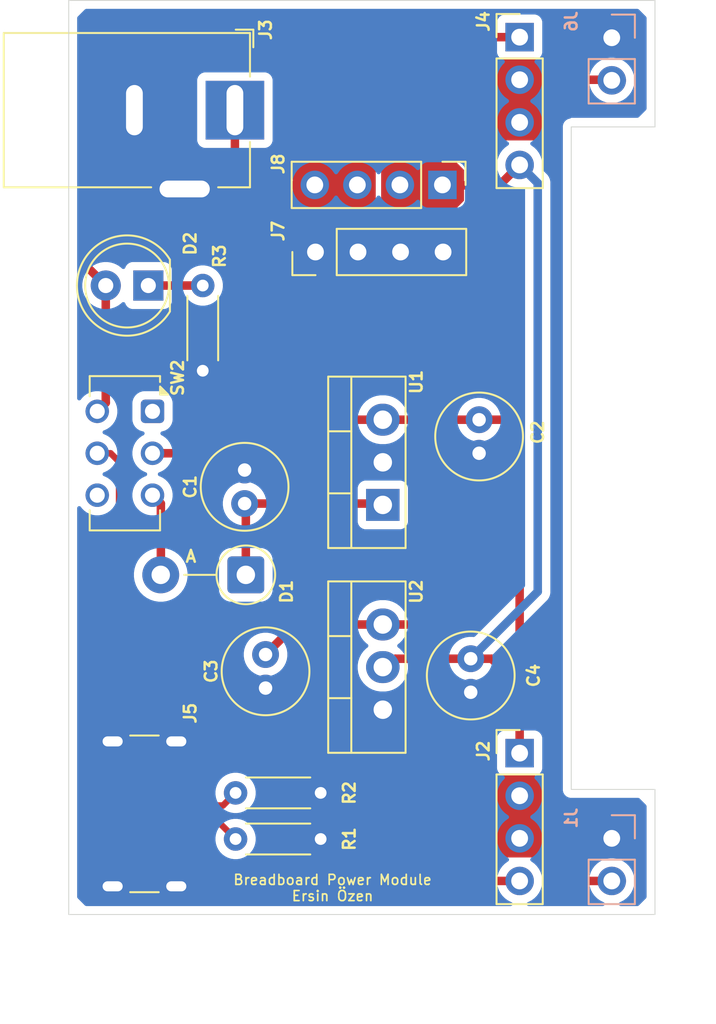
<source format=kicad_pcb>
(kicad_pcb (version 20241229) (generator "pcbnew") (generator_version "9.0")
  (title_block (title "BreadBoard Power Module") (date "2025-09-29") (rev "1") (company "Çizen: Ersin Özen"))
  (layers (0 "F.Cu" signal) (2 "B.Cu" signal) (13 "F.Paste" user) (15 "B.Paste" user) (5 "F.SilkS" user "F.Silkscreen") (7 "B.SilkS" user "B.Silkscreen") (1 "F.Mask" user) (3 "B.Mask" user) (25 "Edge.Cuts" user))
  (net 0 "")
  (net 1 "GND")
  (net 2 "Net-(D1-K)")
  (net 3 "+5V")
  (net 4 "+3.3V")
  (net 5 "Net-(D1-A)")
  (net 6 "Net-(D2-K)")
  (net 7 "Net-(J1-Pin_2)")
  (net 8 "+9V")
  (net 9 "Net-(J4-Pin_2)")
  (net 10 "/USB")
  (net 11 "Net-(J5-CC1)")
  (net 12 "Net-(J5-CC2)")
  (footprint "Connector_PinHeader_2.54mm:PinHeader_1x04_P2.54mm_Vertical" (layer "F.Cu") (at 82.25 69.81875)
    (property "Reference" "J2" (at -2.17 -0.13 90) (layer "F.SilkS") (effects (font (size 0.7 0.7))))
    (property "Value" "Conn_01x04_Pin")
    (fp_line (start -1.38 -1.38) (end 0 -1.38) (stroke (width 0.12)) (layer "F.SilkS"))
    (fp_line (start -1.38 0) (end -1.38 -1.38) (stroke (width 0.12)) (layer "F.SilkS"))
    (fp_line (start -1.38 1.27) (end -1.38 9) (stroke (width 0.12)) (layer "F.SilkS"))
    (fp_line (start -1.38 1.27) (end 1.38 1.27) (stroke (width 0.12)) (layer "F.SilkS"))
    (fp_line (start -1.38 9) (end 1.38 9) (stroke (width 0.12)) (layer "F.SilkS"))
    (fp_line (start 1.38 1.27) (end 1.38 9) (stroke (width 0.12)) (layer "F.SilkS"))
    (pad "1" thru_hole rect (at 0 0) (size 1.7 1.7) (drill 1) (layers "*.Cu" "*.Mask") (net 3 "+5V"))
    (pad "2" thru_hole circle (at 0 2.54) (size 1.7 1.7) (drill 1) (layers "*.Cu" "*.Mask") (net 7 "Net-(J1-Pin_2)"))
    (pad "3" thru_hole circle (at 0 5.08) (size 1.7 1.7) (drill 1) (layers "*.Cu" "*.Mask") (net 7 "Net-(J1-Pin_2)"))
    (pad "4" thru_hole circle (at 0 7.62) (size 1.7 1.7) (drill 1) (layers "*.Cu" "*.Mask") (net 4 "+3.3V"))
  )
  (footprint "Connector_PinHeader_2.54mm:PinHeader_1x04_P2.54mm_Vertical" (layer "F.Cu") (at 70.06 39.93875 90)
    (property "Reference" "J7" (at 1.25 -2.23 90) (layer "F.SilkS") (effects (font (size 0.7 0.7))))
    (property "Value" "Conn_01x04_Pin")
    (fp_line (start -1.38 -1.38) (end 0 -1.38) (stroke (width 0.12)) (layer "F.SilkS"))
    (fp_line (start -1.38 0) (end -1.38 -1.38) (stroke (width 0.12)) (layer "F.SilkS"))
    (fp_line (start 1.38 1.27) (end 1.38 9) (stroke (width 0.12)) (layer "F.SilkS"))
    (fp_line (start -1.38 1.27) (end 1.38 1.27) (stroke (width 0.12)) (layer "F.SilkS"))
    (fp_line (start -1.38 1.27) (end -1.38 9) (stroke (width 0.12)) (layer "F.SilkS"))
    (fp_line (start -1.38 9) (end 1.38 9) (stroke (width 0.12)) (layer "F.SilkS"))
    (pad "1" thru_hole rect (at 0 0 90) (size 1.7 1.7) (drill 1) (layers "*.Cu" "*.Mask") (net 1 "GND"))
    (pad "2" thru_hole circle (at 0 2.54 90) (size 1.7 1.7) (drill 1) (layers "*.Cu" "*.Mask") (net 1 "GND"))
    (pad "3" thru_hole circle (at 0 5.08 90) (size 1.7 1.7) (drill 1) (layers "*.Cu" "*.Mask") (net 1 "GND"))
    (pad "4" thru_hole circle (at 0 7.62 90) (size 1.7 1.7) (drill 1) (layers "*.Cu" "*.Mask") (net 1 "GND"))
  )
  (footprint "LED_THT:LED_D5.0mm" (layer "F.Cu") (at 60.08 41.93875 180)
    (property "Reference" "D2" (at -2.5 2.5 90) (layer "F.SilkS") (effects (font (size 0.7 0.7))))
    (property "Value" "LED")
    (fp_line (start -1.29 -1.545) (end -1.29 1.545) (stroke (width 0.12)) (layer "F.SilkS"))
    (fp_arc (start 4.26 0) (mid 2.071779 2.880495) (end -1.29 1.54483) (stroke (width 0.12)) (layer "F.SilkS"))
    (fp_arc (start -1.29 -1.54483) (mid 2.071779 -2.880495) (end 4.26 0) (stroke (width 0.12)) (layer "F.SilkS"))
    (fp_circle (center 1.27 0) (end 3.77 0) (stroke (width 0.12)) (fill no) (layer "F.SilkS"))
    (pad "1" thru_hole rect (at 0 0 180) (size 1.8 1.8) (drill 0.9) (layers "*.Cu" "*.Mask") (net 6 "Net-(D2-K)"))
    (pad "2" thru_hole circle (at 2.54 0 180) (size 1.8 1.8) (drill 0.9) (layers "*.Cu" "*.Mask") (net 3 "+5V"))
  )
  (footprint "Button_Switch_THT:SW_CK_JS202011AQN_DPDT_Angled" (layer "F.Cu") (at 60.33 49.43875 -90)
    (property "Reference" "SW2" (at -2 -1.5 270) (layer "F.SilkS") (effects (font (size 0.7 0.7))))
    (property "Value" "SW_Push_DPDT")
    (fp_line (start -2.1 3.75) (end -0.9 3.75) (stroke (width 0.12)) (layer "F.SilkS"))
    (fp_line (start 7.1 3.75) (end 5.9 3.75) (stroke (width 0.12)) (layer "F.SilkS"))
    (fp_line (start -2.1 -0.45) (end -2.1 3.75) (stroke (width 0.12)) (layer "F.SilkS"))
    (fp_line (start -1.75 -0.45) (end -2.1 -0.45) (stroke (width 0.12)) (layer "F.SilkS"))
    (fp_line (start 5.9 -0.45) (end 7.1 -0.45) (stroke (width 0.12)) (layer "F.SilkS"))
    (fp_line (start 7.1 -0.45) (end 7.1 3.75) (stroke (width 0.12)) (layer "F.SilkS"))
    (fp_poly (pts (xy -1 -0.45) (xy -1.48 -0.45) (xy -1 -0.93) (xy -1 -0.45)) (stroke (width 0.12)) (fill yes) (layer "F.SilkS"))
    (pad "1" thru_hole roundrect (at 0 0 270) (size 1.4 1.4) (drill 0.9) (layers "*.Cu" "*.Mask") (roundrect_rratio 0.1785714286))
    (pad "2" thru_hole circle (at 2.5 0 270) (size 1.4 1.4) (drill 0.9) (layers "*.Cu" "*.Mask") (net 8 "+9V"))
    (pad "3" thru_hole circle (at 5 0 270) (size 1.4 1.4) (drill 0.9) (layers "*.Cu" "*.Mask") (net 5 "Net-(D1-A)"))
    (pad "4" thru_hole circle (at 5 3.3 270) (size 1.4 1.4) (drill 0.9) (layers "*.Cu" "*.Mask"))
    (pad "5" thru_hole circle (at 2.5 3.3 270) (size 1.4 1.4) (drill 0.9) (layers "*.Cu" "*.Mask") (net 10 "/USB"))
    (pad "6" thru_hole circle (at 0 3.3 270) (size 1.4 1.4) (drill 0.9) (layers "*.Cu" "*.Mask") (net 3 "+5V"))
  )
  (footprint "Resistor_THT:R_Axial_DIN0204_L3.6mm_D1.6mm_P5.08mm_Horizontal" (layer "F.Cu") (at 65.29 72.18875)
    (property "Reference" "R2" (at 6.79 0 90) (layer "F.SilkS") (effects (font (size 0.7 0.7))))
    (property "Value" "5.1K")
    (fp_line (start 0.62 -0.92) (end 4.46 -0.92) (stroke (width 0.12)) (layer "F.SilkS"))
    (fp_line (start 0.62 0.92) (end 4.46 0.92) (stroke (width 0.12)) (layer "F.SilkS"))
    (pad "1" thru_hole circle (at 0 0) (size 1.4 1.4) (drill 0.7) (layers "*.Cu" "*.Mask") (net 11 "Net-(J5-CC1)"))
    (pad "2" thru_hole circle (at 5.08 0) (size 1.4 1.4) (drill 0.7) (layers "*.Cu" "*.Mask") (net 1 "GND"))
  )
  (footprint "Diode_THT:D_DO-41_SOD81_P5.08mm_Vertical_AnodeUp" (layer "F.Cu") (at 65.902183 59.18875 180)
    (property "Reference" "D1" (at -2.427817 -1 270) (layer "F.SilkS") (effects (font (size 0.7 0.7))))
    (property "Value" "1N4007")
    (fp_line (start 1.750635 0) (end 3.68 0) (stroke (width 0.12)) (layer "F.SilkS"))
    (fp_circle (center 0 0) (end 1.750635 0) (stroke (width 0.12)) (fill no) (layer "F.SilkS"))
    (fp_text user "A" (at 3.28 1.1 180) (layer "F.SilkS") (effects (font (size 0.7 0.7))))
    (pad "1" thru_hole roundrect (at 0 0 180) (size 2.2 2.2) (drill 1.1) (layers "*.Cu" "*.Mask") (roundrect_rratio 0.113636) (net 2 "Net-(D1-K)"))
    (pad "2" thru_hole circle (at 5.08 0 180) (size 2.2 2.2) (drill 1.1) (layers "*.Cu" "*.Mask") (net 5 "Net-(D1-A)"))
  )
  (footprint "Resistor_THT:R_Axial_DIN0204_L3.6mm_D1.6mm_P5.08mm_Horizontal" (layer "F.Cu") (at 63.33 41.93875 -90)
    (property "Reference" "R3" (at -1.75 -1 90) (layer "F.SilkS") (effects (font (size 0.7 0.7))))
    (property "Value" "470R")
    (fp_line (start 0.62 0.92) (end 4.46 0.92) (stroke (width 0.12)) (layer "F.SilkS"))
    (fp_line (start 0.62 -0.92) (end 4.46 -0.92) (stroke (width 0.12)) (layer "F.SilkS"))
    (pad "1" thru_hole circle (at 0 0 270) (size 1.4 1.4) (drill 0.7) (layers "*.Cu" "*.Mask") (net 6 "Net-(D2-K)"))
    (pad "2" thru_hole circle (at 5.08 0 270) (size 1.4 1.4) (drill 0.7) (layers "*.Cu" "*.Mask") (net 1 "GND"))
  )
  (footprint "Resistor_THT:R_Axial_DIN0204_L3.6mm_D1.6mm_P5.08mm_Horizontal" (layer "F.Cu") (at 65.29 74.93875)
    (property "Reference" "R1" (at 6.79 0 90) (layer "F.SilkS") (effects (font (size 0.7 0.7))))
    (property "Value" "5.1K")
    (fp_line (start 0.62 -0.92) (end 4.46 -0.92) (stroke (width 0.12)) (layer "F.SilkS"))
    (fp_line (start 0.62 0.92) (end 4.46 0.92) (stroke (width 0.12)) (layer "F.SilkS"))
    (pad "1" thru_hole circle (at 0 0) (size 1.4 1.4) (drill 0.7) (layers "*.Cu" "*.Mask") (net 12 "Net-(J5-CC2)"))
    (pad "2" thru_hole circle (at 5.08 0) (size 1.4 1.4) (drill 0.7) (layers "*.Cu" "*.Mask") (net 1 "GND"))
  )
  (footprint "Connector_PinHeader_2.54mm:PinHeader_1x04_P2.54mm_Vertical" (layer "F.Cu") (at 77.64 35.93875 -90)
    (property "Reference" "J8" (at -1.25 9.81 270) (layer "F.SilkS") (effects (font (size 0.7 0.7))))
    (property "Value" "Conn_01x04_Pin")
    (fp_line (start -1.38 9) (end 1.38 9) (stroke (width 0.12)) (layer "F.SilkS"))
    (fp_line (start -1.38 1.27) (end -1.38 9) (stroke (width 0.12)) (layer "F.SilkS"))
    (fp_line (start -1.38 1.27) (end 1.38 1.27) (stroke (width 0.12)) (layer "F.SilkS"))
    (fp_line (start 1.38 1.27) (end 1.38 9) (stroke (width 0.12)) (layer "F.SilkS"))
    (fp_line (start -1.38 0) (end -1.38 -1.38) (stroke (width 0.12)) (layer "F.SilkS"))
    (fp_line (start -1.38 -1.38) (end 0 -1.38) (stroke (width 0.12)) (layer "F.SilkS"))
    (pad "1" thru_hole rect (at 0 0 270) (size 1.7 1.7) (drill 1) (layers "*.Cu" "*.Mask") (net 4 "+3.3V"))
    (pad "2" thru_hole circle (at 0 2.54 270) (size 1.7 1.7) (drill 1) (layers "*.Cu" "*.Mask") (net 4 "+3.3V"))
    (pad "3" thru_hole circle (at 0 5.08 270) (size 1.7 1.7) (drill 1) (layers "*.Cu" "*.Mask") (net 3 "+5V"))
    (pad "4" thru_hole circle (at 0 7.62 270) (size 1.7 1.7) (drill 1) (layers "*.Cu" "*.Mask") (net 3 "+5V"))
  )
  (footprint "Capacitor_THT:C_Radial_D5.0mm_H11.0mm_P2.00mm" (layer "F.Cu") (at 67.08 63.93875 -90)
    (property "Reference" "C3" (at 1 3.25 90) (layer "F.SilkS") (effects (font (size 0.7 0.7))))
    (property "Value" "0.1uF")
    (fp_circle (center 1 0) (end 3.62 0) (stroke (width 0.12)) (fill no) (layer "F.SilkS"))
    (pad "1" thru_hole circle (at 0 0 270) (size 1.6 1.6) (drill 0.8) (layers "*.Cu" "*.Mask") (net 3 "+5V"))
    (pad "2" thru_hole circle (at 2 0 270) (size 1.6 1.6) (drill 0.8) (layers "*.Cu" "*.Mask") (net 1 "GND"))
  )
  (footprint "Connector_BarrelJack:BarrelJack_Horizontal" (layer "F.Cu") (at 65.25 31.48125)
    (property "Reference" "J3" (at 1.83 -4.7925 90) (layer "F.SilkS") (effects (font (size 0.7 0.7))))
    (property "Value" "Barrel_Jack_Switch")
    (fp_line (start -13.8 -4.6) (end 0.9 -4.6) (stroke (width 0.12)) (layer "F.SilkS"))
    (fp_line (start -13.8 4.6) (end -13.8 -4.6) (stroke (width 0.12)) (layer "F.SilkS"))
    (fp_line (start -5 4.6) (end -13.8 4.6) (stroke (width 0.12)) (layer "F.SilkS"))
    (fp_line (start 0.05 -4.8) (end 1.1 -4.8) (stroke (width 0.12)) (layer "F.SilkS"))
    (fp_line (start 0.9 -4.6) (end 0.9 -2) (stroke (width 0.12)) (layer "F.SilkS"))
    (fp_line (start 0.9 1.9) (end 0.9 4.6) (stroke (width 0.12)) (layer "F.SilkS"))
    (fp_line (start 0.9 4.6) (end -1 4.6) (stroke (width 0.12)) (layer "F.SilkS"))
    (fp_line (start 1.1 -3.75) (end 1.1 -4.8) (stroke (width 0.12)) (layer "F.SilkS"))
    (pad "1" thru_hole rect (at 0 0) (size 3.5 3.5) (drill oval 1 3) (layers "*.Cu" "*.Mask") (net 8 "+9V"))
    (pad "2" thru_hole roundrect (at -6 0) (size 3 3.5) (drill oval 1 3) (layers "*.Cu" "*.Mask") (net 1 "GND"))
    (pad "3" thru_hole roundrect (at -3 4.7) (size 3.5 3.5) (drill oval 3 1) (layers "*.Cu" "*.Mask") (net 1 "GND"))
  )
  (footprint "Connector_PinHeader_2.54mm:PinHeader_1x04_P2.54mm_Vertical" (layer "F.Cu") (at 82.25 27.12875)
    (property "Reference" "J4" (at -2.17 -0.94 90) (layer "F.SilkS") (effects (font (size 0.7 0.7))))
    (property "Value" "Conn_01x04_Pin")
    (fp_line (start -1.38 -1.38) (end 0 -1.38) (stroke (width 0.12)) (layer "F.SilkS"))
    (fp_line (start -1.38 0) (end -1.38 -1.38) (stroke (width 0.12)) (layer "F.SilkS"))
    (fp_line (start -1.38 1.27) (end -1.38 9) (stroke (width 0.12)) (layer "F.SilkS"))
    (fp_line (start -1.38 1.27) (end 1.38 1.27) (stroke (width 0.12)) (layer "F.SilkS"))
    (fp_line (start -1.38 9) (end 1.38 9) (stroke (width 0.12)) (layer "F.SilkS"))
    (fp_line (start 1.38 1.27) (end 1.38 9) (stroke (width 0.12)) (layer "F.SilkS"))
    (pad "1" thru_hole rect (at 0 0) (size 1.7 1.7) (drill 1) (layers "*.Cu" "*.Mask") (net 3 "+5V"))
    (pad "2" thru_hole circle (at 0 2.54) (size 1.7 1.7) (drill 1) (layers "*.Cu" "*.Mask") (net 9 "Net-(J4-Pin_2)"))
    (pad "3" thru_hole circle (at 0 5.08) (size 1.7 1.7) (drill 1) (layers "*.Cu" "*.Mask") (net 9 "Net-(J4-Pin_2)"))
    (pad "4" thru_hole circle (at 0 7.62) (size 1.7 1.7) (drill 1) (layers "*.Cu" "*.Mask") (net 4 "+3.3V"))
  )
  (footprint "Capacitor_THT:C_Radial_D5.0mm_H11.0mm_P2.00mm" (layer "F.Cu") (at 79.33 64.18875 -90)
    (property "Reference" "C4" (at 1 -3.75 90) (layer "F.SilkS") (effects (font (size 0.7 0.7))))
    (property "Value" "0.1uF" (hide yes))
    (fp_circle (center 1 0) (end 3.62 0) (stroke (width 0.12)) (fill no) (layer "F.SilkS"))
    (pad "1" thru_hole circle (at 0 0 270) (size 1.6 1.6) (drill 0.8) (layers "*.Cu" "*.Mask") (net 4 "+3.3V"))
    (pad "2" thru_hole circle (at 2 0 270) (size 1.6 1.6) (drill 0.8) (layers "*.Cu" "*.Mask") (net 1 "GND"))
  )
  (footprint "Connector_USB:USB_C_Receptacle_GCT_USB4125-xx-x-0190_6P_TopMnt_Horizontal" (layer "F.Cu") (at 58.75 73.43875 -90)
    (property "Reference" "J5" (at -6 -3.83 90) (layer "F.SilkS") (effects (font (size 0.7 0.7))))
    (property "Value" "USB_C_Receptacle_PowerOnly_6P")
    (fp_line (start -4.67 -0.25) (end -4.67 -1.95) (stroke (width 0.12)) (layer "F.SilkS"))
    (fp_line (start 4.67 -0.25) (end 4.67 -1.95) (stroke (width 0.12)) (layer "F.SilkS"))
    (pad "A5" smd roundrect (at -0.5 -3.08 270) (size 0.7 1.2) (layers "F.Cu" "F.Mask" "F.Paste") (net 11 "Net-(J5-CC1)"))
    (pad "A9" smd roundrect (at 1.52 -3.08 90) (size 0.76 1.2) (layers "F.Cu" "F.Mask" "F.Paste") (net 10 "/USB"))
    (pad "A12" smd roundrect (at 2.75 -3.08 90) (size 0.8 1.2) (layers "F.Cu" "F.Mask" "F.Paste") (net 1 "GND"))
    (pad "B5" smd roundrect (at 0.5 -3.08 90) (size 0.7 1.2) (layers "F.Cu" "F.Mask" "F.Paste") (net 12 "Net-(J5-CC2)"))
    (pad "B9" smd roundrect (at -1.52 -3.08 270) (size 0.76 1.2) (layers "F.Cu" "F.Mask" "F.Paste") (net 10 "/USB"))
    (pad "B12" smd roundrect (at -2.75 -3.08 270) (size 0.8 1.2) (layers "F.Cu" "F.Mask" "F.Paste") (net 1 "GND"))
    (pad "S1" thru_hole oval (at -4.32 -3 270) (size 1.1 1.7) (drill oval 0.6 1.2) (property pad_prop_heatsink) (layers "*.Cu" "*.Mask" "F.Paste") (net 1 "GND"))
    (pad "S1" thru_hole oval (at -4.32 0.8 270) (size 1.1 1.7) (drill oval 0.6 1.2) (property pad_prop_heatsink) (layers "*.Cu" "*.Mask" "F.Paste") (net 1 "GND"))
    (pad "S1" thru_hole oval (at 4.32 -3 270) (size 1.1 1.7) (drill oval 0.6 1.2) (property pad_prop_heatsink) (layers "*.Cu" "*.Mask" "F.Paste") (net 1 "GND"))
    (pad "S1" thru_hole oval (at 4.32 0.8 270) (size 1.1 1.7) (drill oval 0.6 1.2) (property pad_prop_heatsink) (layers "*.Cu" "*.Mask" "F.Paste") (net 1 "GND"))
  )
  (footprint "Package_TO_SOT_THT:TO-220-3_Vertical" (layer "F.Cu") (at 74.08 55.01875 90)
    (property "Reference" "U1" (at 7.33 2 90) (layer "F.SilkS") (effects (font (size 0.7 0.7))))
    (property "Value" "L7805")
    (fp_line (start 7.65 -3.26) (end 7.65 1.36) (stroke (width 0.12)) (layer "F.SilkS"))
    (fp_line (start 4.39 -3.26) (end 4.39 -1.88) (stroke (width 0.12)) (layer "F.SilkS"))
    (fp_line (start 0.69 -3.26) (end 0.69 -1.88) (stroke (width 0.12)) (layer "F.SilkS"))
    (fp_line (start -2.57 -3.26) (end 7.65 -3.26) (stroke (width 0.12)) (layer "F.SilkS"))
    (fp_line (start -2.57 -1.88) (end 7.65 -1.88) (stroke (width 0.12)) (layer "F.SilkS"))
    (fp_line (start 7.65 1.36) (end -2.57 1.36) (stroke (width 0.12)) (layer "F.SilkS"))
    (fp_line (start -2.57 1.36) (end -2.57 -3.26) (stroke (width 0.12)) (layer "F.SilkS"))
    (pad "1" thru_hole rect (at 0 0 90) (size 1.905 2) (drill 1.1) (layers "*.Cu" "*.Mask") (net 2 "Net-(D1-K)"))
    (pad "2" thru_hole oval (at 2.54 0 90) (size 1.905 2) (drill 1.1) (layers "*.Cu" "*.Mask") (net 1 "GND"))
    (pad "3" thru_hole oval (at 5.08 0 90) (size 1.905 2) (drill 1.1) (layers "*.Cu" "*.Mask") (net 3 "+5V"))
  )
  (footprint "Capacitor_THT:C_Radial_D5.0mm_H11.0mm_P2.00mm" (layer "F.Cu") (at 65.83 54.93875 90)
    (property "Reference" "C1" (at 1 -3.25 90) (layer "F.SilkS") (effects (font (size 0.7 0.7))))
    (property "Value" "0.1uF")
    (fp_circle (center 1 0) (end 3.62 0) (stroke (width 0.12)) (fill no) (layer "F.SilkS"))
    (pad "1" thru_hole circle (at 0 0 90) (size 1.6 1.6) (drill 0.8) (layers "*.Cu" "*.Mask") (net 2 "Net-(D1-K)"))
    (pad "2" thru_hole circle (at 2 0 90) (size 1.6 1.6) (drill 0.8) (layers "*.Cu" "*.Mask") (net 1 "GND"))
  )
  (footprint "Capacitor_THT:C_Radial_D5.0mm_H11.0mm_P2.00mm" (layer "F.Cu") (at 79.83 49.93875 -90)
    (property "Reference" "C2" (at 0.75 -3.5 90) (layer "F.SilkS") (effects (font (size 0.7 0.7))))
    (property "Value" "0.1uF")
    (fp_circle (center 1 0) (end 3.62 0) (stroke (width 0.12)) (fill no) (layer "F.SilkS"))
    (pad "1" thru_hole circle (at 0 0 270) (size 1.6 1.6) (drill 0.8) (layers "*.Cu" "*.Mask") (net 3 "+5V"))
    (pad "2" thru_hole circle (at 2 0 270) (size 1.6 1.6) (drill 0.8) (layers "*.Cu" "*.Mask") (net 1 "GND"))
  )
  (footprint "Package_TO_SOT_THT:TO-220-3_Vertical" (layer "F.Cu") (at 74.08 67.22875 90)
    (property "Reference" "U2" (at 7.04 2 90) (layer "F.SilkS") (effects (font (size 0.7 0.7))))
    (property "Value" "AZ1117-3.3" (hide yes))
    (fp_line (start 7.65 -3.26) (end 7.65 1.36) (stroke (width 0.12)) (layer "F.SilkS"))
    (fp_line (start 4.39 -3.26) (end 4.39 -1.88) (stroke (width 0.12)) (layer "F.SilkS"))
    (fp_line (start 0.69 -3.26) (end 0.69 -1.88) (stroke (width 0.12)) (layer "F.SilkS"))
    (fp_line (start -2.57 -3.26) (end 7.65 -3.26) (stroke (width 0.12)) (layer "F.SilkS"))
    (fp_line (start -2.57 -1.88) (end 7.65 -1.88) (stroke (width 0.12)) (layer "F.SilkS"))
    (fp_line (start 7.65 1.36) (end -2.57 1.36) (stroke (width 0.12)) (layer "F.SilkS"))
    (fp_line (start -2.57 1.36) (end -2.57 -3.26) (stroke (width 0.12)) (layer "F.SilkS"))
    (pad "1" thru_hole rect (at 0 0 90) (size 1.905 2) (drill 1.1) (layers "*.Cu" "*.Mask") (net 1 "GND"))
    (pad "2" thru_hole oval (at 2.54 0 90) (size 1.905 2) (drill 1.1) (layers "*.Cu" "*.Mask") (net 4 "+3.3V"))
    (pad "3" thru_hole oval (at 5.08 0 90) (size 1.905 2) (drill 1.1) (layers "*.Cu" "*.Mask") (net 3 "+5V"))
  )
  (footprint "Connector_PinHeader_2.54mm:PinHeader_1x02_P2.54mm_Vertical" (layer "B.Cu") (at 87.75 74.89875 180)
    (property "Reference" "J1" (at 2.42 1.21 270) (layer "B.SilkS") (effects (font (size 0.7 0.7)) (justify mirror)))
    (property "Value" "Conn_01x02_Pin")
    (fp_line (start 1.38 -1.27) (end 1.38 -3.92) (stroke (width 0.12)) (layer "B.SilkS"))
    (fp_line (start -1.38 1.38) (end 0 1.38) (stroke (width 0.12)) (layer "B.SilkS"))
    (fp_line (start -1.38 0) (end -1.38 1.38) (stroke (width 0.12)) (layer "B.SilkS"))
    (fp_line (start -1.38 -1.27) (end 1.38 -1.27) (stroke (width 0.12)) (layer "B.SilkS"))
    (fp_line (start -1.38 -1.27) (end -1.38 -3.92) (stroke (width 0.12)) (layer "B.SilkS"))
    (fp_line (start -1.38 -3.92) (end 1.38 -3.92) (stroke (width 0.12)) (layer "B.SilkS"))
    (pad "1" thru_hole rect (at 0 0 180) (size 1.7 1.7) (drill 1) (layers "*.Cu" "*.Mask") (net 1 "GND"))
    (pad "2" thru_hole circle (at 0 -2.54 180) (size 1.7 1.7) (drill 1) (layers "*.Cu" "*.Mask") (net 7 "Net-(J1-Pin_2)"))
  )
  (footprint "Connector_PinHeader_2.54mm:PinHeader_1x02_P2.54mm_Vertical" (layer "B.Cu") (at 87.75 27.16375 180)
    (property "Reference" "J6" (at 2.42 0.975 90) (layer "B.SilkS") (effects (font (size 0.7 0.7)) (justify mirror)))
    (property "Value" "Conn_01x02_Pin")
    (fp_line (start 1.38 -1.27) (end 1.38 -3.92) (stroke (width 0.12)) (layer "B.SilkS"))
    (fp_line (start -1.38 1.38) (end 0 1.38) (stroke (width 0.12)) (layer "B.SilkS"))
    (fp_line (start -1.38 0) (end -1.38 1.38) (stroke (width 0.12)) (layer "B.SilkS"))
    (fp_line (start -1.38 -1.27) (end 1.38 -1.27) (stroke (width 0.12)) (layer "B.SilkS"))
    (fp_line (start -1.38 -1.27) (end -1.38 -3.92) (stroke (width 0.12)) (layer "B.SilkS"))
    (fp_line (start -1.38 -3.92) (end 1.38 -3.92) (stroke (width 0.12)) (layer "B.SilkS"))
    (pad "1" thru_hole rect (at 0 0 180) (size 1.7 1.7) (drill 1) (layers "*.Cu" "*.Mask") (net 1 "GND"))
    (pad "2" thru_hole circle (at 0 -2.54 180) (size 1.7 1.7) (drill 1) (layers "*.Cu" "*.Mask") (net 9 "Net-(J4-Pin_2)"))
  )
  (gr_poly (pts (xy 83.579902 29.23875) (xy 84.079902 29.63875) (xy 84.079902 29.73875) (xy 83.579902 30.13875)) (stroke (width 0.2)) (fill yes) (layer "F.Cu") (net 9))
  (gr_poly (pts (xy 80.83 71.68875) (xy 81.33 71.18875) (xy 83.08 71.18875) (xy 83.58 71.68875) (xy 83.58 75.43875) (xy 83.08 75.93875) (xy 81.33 75.93875) (xy 80.83 75.43875)) (stroke (width 0.2)) (fill yes) (layer "F.Cu") (net 7))
  (gr_poly (pts (xy 69.308172 37.33875) (xy 68.808172 36.83875) (xy 68.808172 35.08875) (xy 69.308172 34.58875) (xy 73.058172 34.58875) (xy 73.558172 35.08875) (xy 73.558172 36.83875) (xy 73.058172 37.33875)) (stroke (width 0.2)) (fill yes) (layer "F.Cu") (net 3))
  (gr_poly (pts (xy 80.83 28.93875) (xy 81.33 28.43875) (xy 83.08 28.43875) (xy 83.58 28.93875) (xy 83.58 32.68875) (xy 83.08 33.18875) (xy 81.33 33.18875) (xy 80.83 32.68875)) (stroke (width 0.2)) (fill yes) (layer "F.Cu") (net 9))
  (gr_poly (pts (xy 74.58 37.33875) (xy 74.08 36.83875) (xy 74.08 35.08875) (xy 74.58 34.58875) (xy 78.33 34.58875) (xy 78.83 35.08875) (xy 78.83 36.83875) (xy 78.33 37.33875)) (stroke (width 0.2)) (fill yes) (layer "F.Cu") (net 4))
  (gr_line (start 55.33 24.93875) (end 55.33 79.43875) (stroke (width 0.05)) (layer "Edge.Cuts"))
  (gr_line (start 55.33 24.93875) (end 90.33 24.93875) (stroke (width 0.05)) (layer "Edge.Cuts"))
  (gr_line (start 90.33 71.98125) (end 85.33 71.98125) (stroke (width 0.05)) (layer "Edge.Cuts"))
  (gr_line (start 90.33 24.93875) (end 90.33 32.48125) (stroke (width 0.05)) (layer "Edge.Cuts"))
  (gr_line (start 55.33 79.43875) (end 90.33 79.43875) (stroke (width 0.05)) (layer "Edge.Cuts"))
  (gr_line (start 85.33 71.98125) (end 85.33 32.48125) (stroke (width 0.05)) (layer "Edge.Cuts"))
  (gr_line (start 90.33 32.48125) (end 85.33 32.48125) (stroke (width 0.05)) (layer "Edge.Cuts"))
  (gr_line (start 90.33 79.43875) (end 90.33 71.98125) (stroke (width 0.05)) (layer "Edge.Cuts"))
  (gr_text "Breadboard Power Module\nErsin Özen" (at 71.08 78.68875 0) (layer "F.SilkS") (effects (font (size 0.6 0.6) (thickness 0.1)) (justify bottom)))
  (segment (start 61.83 69.19875) (end 61.75 69.11875) (width 0.508) (layer "F.Cu") (net 1))
  (segment (start 58.33 75.43875) (end 58.33 71.43875) (width 0.381) (layer "F.Cu") (net 1))
  (segment (start 61.75 77.75875) (end 61.75 76.26875) (width 0.381) (layer "F.Cu") (net 1))
  (segment (start 58.33 71.43875) (end 59.08 70.68875) (width 0.381) (layer "F.Cu") (net 1))
  (segment (start 61.83 76.18875) (end 59.08 76.18875) (width 0.381) (layer "F.Cu") (net 1))
  (segment (start 59.08 76.18875) (end 58.33 75.43875) (width 0.381) (layer "F.Cu") (net 1))
  (segment (start 59.08 70.68875) (end 61.83 70.68875) (width 0.381) (layer "F.Cu") (net 1))
  (segment (start 57.95 69.11875) (end 61.75 69.11875) (width 0.508) (layer "F.Cu") (net 1))
  (segment (start 61.83 70.68875) (end 61.83 69.19875) (width 0.381) (layer "F.Cu") (net 1))
  (segment (start 57.95 77.75875) (end 61.75 77.75875) (width 0.508) (layer "F.Cu") (net 1))
  (segment (start 61.75 76.26875) (end 61.83 76.18875) (width 0.381) (layer "F.Cu") (net 1))
  (segment (start 74 54.93875) (end 74.08 55.01875) (width 0.508) (layer "F.Cu") (net 2))
  (segment (start 65.902183 55.010933) (end 65.83 54.93875) (width 0.508) (layer "F.Cu") (net 2))
  (segment (start 65.902183 59.18875) (end 65.902183 55.010933) (width 0.508) (layer "F.Cu") (net 2))
  (segment (start 65.83 54.93875) (end 74 54.93875) (width 0.508) (layer "F.Cu") (net 2))
  (segment (start 70.83 49.93875) (end 66.58 45.68875) (width 0.508) (layer "F.Cu") (net 3))
  (segment (start 57.54 48.92875) (end 57.03 49.43875) (width 0.508) (layer "F.Cu") (net 3))
  (segment (start 68.33 27.93875) (end 58.33 27.93875) (width 0.508) (layer "F.Cu") (net 3))
  (segment (start 76.14 27.12875) (end 82.25 27.12875) (width 0.508) (layer "F.Cu") (net 3))
  (segment (start 81.83 49.93875) (end 79.83 49.93875) (width 0.508) (layer "F.Cu") (net 3))
  (segment (start 58.33 27.93875) (end 56.33 29.93875) (width 0.508) (layer "F.Cu") (net 3))
  (segment (start 70.02 29.62875) (end 68.33 27.93875) (width 0.508) (layer "F.Cu") (net 3))
  (segment (start 68.305 35.96375) (end 71.183172 35.96375) (width 0.508) (layer "F.Cu") (net 3))
  (segment (start 71.183172 35.96375) (end 71.33 35.816922) (width 0.508) (layer "F.Cu") (net 3))
  (segment (start 78.54 62.14875) (end 82.25 58.43875) (width 0.508) (layer "F.Cu") (net 3))
  (segment (start 56.33 40.72875) (end 57.54 41.93875) (width 0.508) (layer "F.Cu") (net 3))
  (segment (start 74.08 49.93875) (end 70.83 49.93875) (width 0.508) (layer "F.Cu") (net 3))
  (segment (start 71.33 35.816922) (end 71.33 31.93875) (width 0.508) (layer "F.Cu") (net 3))
  (segment (start 66.58 45.68875) (end 66.58 37.68875) (width 0.508) (layer "F.Cu") (net 3))
  (segment (start 66.58 37.68875) (end 68.305 35.96375) (width 0.508) (layer "F.Cu") (net 3))
  (segment (start 67.08 63.93875) (end 68.87 62.14875) (width 0.508) (layer "F.Cu") (net 3))
  (segment (start 56.33 29.93875) (end 56.33 40.72875) (width 0.508) (layer "F.Cu") (net 3))
  (segment (start 57.54 41.93875) (end 57.54 48.92875) (width 0.508) (layer "F.Cu") (net 3))
  (segment (start 74.08 62.14875) (end 78.54 62.14875) (width 0.508) (layer "F.Cu") (net 3))
  (segment (start 82.25 69.81875) (end 82.25 58.43875) (width 0.508) (layer "F.Cu") (net 3))
  (segment (start 74.08 49.93875) (end 79.83 49.93875) (width 0.508) (layer "F.Cu") (net 3))
  (segment (start 70.02 35.93875) (end 70.02 29.62875) (width 0.508) (layer "F.Cu") (net 3))
  (segment (start 82.25 50.35875) (end 81.83 49.93875) (width 0.508) (layer "F.Cu") (net 3))
  (segment (start 68.87 62.14875) (end 74.08 62.14875) (width 0.508) (layer "F.Cu") (net 3))
  (segment (start 71.33 31.93875) (end 76.14 27.12875) (width 0.508) (layer "F.Cu") (net 3))
  (segment (start 82.25 58.43875) (end 82.25 50.35875) (width 0.508) (layer "F.Cu") (net 3))
  (segment (start 78.83 69.43875) (end 81.33 66.93875) (width 0.508) (layer "F.Cu") (net 4))
  (segment (start 74.33 64.68875) (end 74.83 64.18875) (width 0.508) (layer "F.Cu") (net 4))
  (segment (start 82.25 77.43875) (end 79.83 77.43875) (width 0.508) (layer "F.Cu") (net 4))
  (segment (start 80.58 64.18875) (end 79.33 64.18875) (width 0.508) (layer "F.Cu") (net 4))
  (segment (start 74.08 64.68875) (end 74.33 64.68875) (width 0.508) (layer "F.Cu") (net 4))
  (segment (start 81.33 66.93875) (end 81.33 64.93875) (width 0.508) (layer "F.Cu") (net 4))
  (segment (start 78.83 76.43875) (end 78.83 69.43875) (width 0.508) (layer "F.Cu") (net 4))
  (segment (start 74.83 64.18875) (end 79.33 64.18875) (width 0.508) (layer "F.Cu") (net 4))
  (segment (start 76.455 35.96375) (end 81.035 35.96375) (width 0.508) (layer "F.Cu") (net 4))
  (segment (start 81.035 35.96375) (end 82.25 34.74875) (width 0.508) (layer "F.Cu") (net 4))
  (segment (start 79.83 77.43875) (end 78.83 76.43875) (width 0.508) (layer "F.Cu") (net 4))
  (segment (start 81.33 64.93875) (end 80.58 64.18875) (width 0.508) (layer "F.Cu") (net 4))
  (segment (start 83.33 60.18875) (end 83.33 35.82875) (width 0.508) (layer "B.Cu") (net 4))
  (segment (start 83.33 35.82875) (end 82.25 34.74875) (width 0.508) (layer "B.Cu") (net 4))
  (segment (start 79.33 64.18875) (end 83.33 60.18875) (width 0.508) (layer "B.Cu") (net 4))
  (segment (start 60.83 59.180933) (end 60.822183 59.18875) (width 0.508) (layer "F.Cu") (net 5))
  (segment (start 60.83 54.93875) (end 60.83 59.180933) (width 0.508) (layer "F.Cu") (net 5))
  (segment (start 60.33 54.43875) (end 60.83 54.93875) (width 0.508) (layer "F.Cu") (net 5))
  (segment (start 60.08 41.93875) (end 63.33 41.93875) (width 0.508) (layer "F.Cu") (net 6))
  (segment (start 84.79 77.43875) (end 82.25 74.89875) (width 0.508) (layer "F.Cu") (net 7))
  (segment (start 87.75 77.43875) (end 84.79 77.43875) (width 0.508) (layer "F.Cu") (net 7))
  (segment (start 65.25 31.48125) (end 65.25 49.51875) (width 0.508) (layer "F.Cu") (net 8))
  (segment (start 62.83 51.93875) (end 60.33 51.93875) (width 0.508) (layer "F.Cu") (net 8))
  (segment (start 65.25 49.51875) (end 62.83 51.93875) (width 0.508) (layer "F.Cu") (net 8))
  (segment (start 87.715 29.66875) (end 87.75 29.70375) (width 0.508) (layer "F.Cu") (net 9))
  (segment (start 82.25 29.66875) (end 87.715 29.66875) (width 0.508) (layer "F.Cu") (net 9))
  (segment (start 57.83 51.93875) (end 57.03 51.93875) (width 0.381) (layer "F.Cu") (net 10))
  (segment (start 63.35 71.91875) (end 63.83 71.43875) (width 0.381) (layer "F.Cu") (net 10))
  (segment (start 62.83 65.93875) (end 59.33 65.93875) (width 0.381) (layer "F.Cu") (net 10))
  (segment (start 63.83 66.93875) (end 62.83 65.93875) (width 0.381) (layer "F.Cu") (net 10))
  (segment (start 59.33 65.93875) (end 58.33 64.93875) (width 0.381) (layer "F.Cu") (net 10))
  (segment (start 58.33 64.93875) (end 58.33 52.43875) (width 0.381) (layer "F.Cu") (net 10))
  (segment (start 60.35 71.91875) (end 61.83 71.91875) (width 0.381) (layer "F.Cu") (net 10))
  (segment (start 59.83 74.43875) (end 59.83 72.43875) (width 0.381) (layer "F.Cu") (net 10))
  (segment (start 60.35 74.95875) (end 59.83 74.43875) (width 0.381) (layer "F.Cu") (net 10))
  (segment (start 58.33 52.43875) (end 57.83 51.93875) (width 0.381) (layer "F.Cu") (net 10))
  (segment (start 59.83 72.43875) (end 60.35 71.91875) (width 0.381) (layer "F.Cu") (net 10))
  (segment (start 61.83 74.95875) (end 60.35 74.95875) (width 0.381) (layer "F.Cu") (net 10))
  (segment (start 63.83 71.43875) (end 63.83 66.93875) (width 0.381) (layer "F.Cu") (net 10))
  (segment (start 61.83 71.91875) (end 63.35 71.91875) (width 0.381) (layer "F.Cu") (net 10))
  (segment (start 64.54 72.93875) (end 61.83 72.93875) (width 0.381) (layer "F.Cu") (net 11))
  (segment (start 65.29 72.18875) (end 64.54 72.93875) (width 0.381) (layer "F.Cu") (net 11))
  (segment (start 64.29 73.93875) (end 65.29 74.93875) (width 0.381) (layer "F.Cu") (net 12))
  (segment (start 61.83 73.93875) (end 64.29 73.93875) (width 0.381) (layer "F.Cu") (net 12))
  (zone (net 1) (net_name "GND") (layer "B.Cu") (connect_pads yes (clearance 0.5)) (min_thickness 0.25) (fill yes (thermal_gap 0.5) (thermal_bridge_width 0.5))
    (polygon (pts (xy 55.83 25.93875) (xy 56.33 25.43875) (xy 89.33 25.43875) (xy 89.83 25.93875) (xy 89.83 31.43875) (xy 89.33 31.93875) (xy 85.33 31.93875) (xy 84.83 32.43875) (xy 84.83 71.93875) (xy 85.33 72.43875) (xy 89.33 72.43875) (xy 89.83 72.93875) (xy 89.83 78.43875) (xy 89.33 78.93875) (xy 56.33 78.93875) (xy 55.83 78.43875)))
  )
)
</source>
